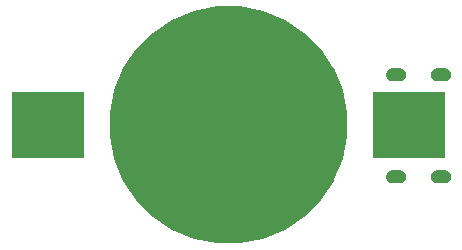
<source format=gbr>
G04 #@! TF.GenerationSoftware,KiCad,Pcbnew,(5.1.2-1)-1*
G04 #@! TF.CreationDate,2021-02-06T10:41:02+01:00*
G04 #@! TF.ProjectId,lir2450-charger,6c697232-3435-4302-9d63-686172676572,1.0.0*
G04 #@! TF.SameCoordinates,Original*
G04 #@! TF.FileFunction,Soldermask,Bot*
G04 #@! TF.FilePolarity,Negative*
%FSLAX46Y46*%
G04 Gerber Fmt 4.6, Leading zero omitted, Abs format (unit mm)*
G04 Created by KiCad (PCBNEW (5.1.2-1)-1) date 2021-02-06 10:41:02*
%MOMM*%
%LPD*%
G04 APERTURE LIST*
%ADD10C,0.100000*%
G04 APERTURE END LIST*
D10*
G36*
X75931767Y-35255254D02*
G01*
X77760932Y-36012919D01*
X77760934Y-36012920D01*
X79407139Y-37112879D01*
X80807121Y-38512861D01*
X81886990Y-40128999D01*
X81907081Y-40159068D01*
X82664746Y-41988233D01*
X83051000Y-43930062D01*
X83051000Y-45909938D01*
X82664746Y-47851767D01*
X81969338Y-49530631D01*
X81907080Y-49680934D01*
X80807121Y-51327139D01*
X79407139Y-52727121D01*
X77760934Y-53827080D01*
X77760933Y-53827081D01*
X77760932Y-53827081D01*
X75931767Y-54584746D01*
X73989938Y-54971000D01*
X72010062Y-54971000D01*
X70068233Y-54584746D01*
X68239068Y-53827081D01*
X68239067Y-53827081D01*
X68239066Y-53827080D01*
X66592861Y-52727121D01*
X65192879Y-51327139D01*
X64092920Y-49680934D01*
X64030662Y-49530631D01*
X63335254Y-47851767D01*
X62949000Y-45909938D01*
X62949000Y-43930062D01*
X63335254Y-41988233D01*
X64092919Y-40159068D01*
X64113010Y-40128999D01*
X65192879Y-38512861D01*
X66592861Y-37112879D01*
X68239066Y-36012920D01*
X68239068Y-36012919D01*
X70068233Y-35255254D01*
X72010062Y-34869000D01*
X73989938Y-34869000D01*
X75931767Y-35255254D01*
X75931767Y-35255254D01*
G37*
G36*
X91407495Y-48779586D02*
G01*
X91510859Y-48810941D01*
X91606119Y-48861859D01*
X91689616Y-48930383D01*
X91758140Y-49013880D01*
X91809058Y-49109140D01*
X91840413Y-49212504D01*
X91851000Y-49319999D01*
X91851000Y-49320001D01*
X91840413Y-49427496D01*
X91809058Y-49530860D01*
X91758140Y-49626120D01*
X91689616Y-49709617D01*
X91606119Y-49778141D01*
X91510859Y-49829059D01*
X91407495Y-49860414D01*
X91300000Y-49871001D01*
X90700000Y-49871001D01*
X90592505Y-49860414D01*
X90489141Y-49829059D01*
X90393881Y-49778141D01*
X90310384Y-49709617D01*
X90241860Y-49626120D01*
X90190942Y-49530860D01*
X90159587Y-49427496D01*
X90149000Y-49320001D01*
X90149000Y-49319999D01*
X90159587Y-49212504D01*
X90190942Y-49109140D01*
X90241860Y-49013880D01*
X90310384Y-48930383D01*
X90393881Y-48861859D01*
X90489141Y-48810941D01*
X90592505Y-48779586D01*
X90700000Y-48768999D01*
X91300000Y-48768999D01*
X91407495Y-48779586D01*
X91407495Y-48779586D01*
G37*
G36*
X87607495Y-48779586D02*
G01*
X87710859Y-48810941D01*
X87806119Y-48861859D01*
X87889616Y-48930383D01*
X87958140Y-49013880D01*
X88009058Y-49109140D01*
X88040413Y-49212504D01*
X88051000Y-49319999D01*
X88051000Y-49320001D01*
X88040413Y-49427496D01*
X88009058Y-49530860D01*
X87958140Y-49626120D01*
X87889616Y-49709617D01*
X87806119Y-49778141D01*
X87710859Y-49829059D01*
X87607495Y-49860414D01*
X87500000Y-49871001D01*
X86900000Y-49871001D01*
X86792505Y-49860414D01*
X86689141Y-49829059D01*
X86593881Y-49778141D01*
X86510384Y-49709617D01*
X86441860Y-49626120D01*
X86390942Y-49530860D01*
X86359587Y-49427496D01*
X86349000Y-49320001D01*
X86349000Y-49319999D01*
X86359587Y-49212504D01*
X86390942Y-49109140D01*
X86441860Y-49013880D01*
X86510384Y-48930383D01*
X86593881Y-48861859D01*
X86689141Y-48810941D01*
X86792505Y-48779586D01*
X86900000Y-48768999D01*
X87500000Y-48768999D01*
X87607495Y-48779586D01*
X87607495Y-48779586D01*
G37*
G36*
X91351000Y-47720999D02*
G01*
X85249000Y-47720999D01*
X85249000Y-42119001D01*
X91351000Y-42119001D01*
X91351000Y-47720999D01*
X91351000Y-47720999D01*
G37*
G36*
X60751000Y-47720999D02*
G01*
X54649000Y-47720999D01*
X54649000Y-42119001D01*
X60751000Y-42119001D01*
X60751000Y-47720999D01*
X60751000Y-47720999D01*
G37*
G36*
X91407495Y-40139586D02*
G01*
X91510859Y-40170941D01*
X91606119Y-40221859D01*
X91689616Y-40290383D01*
X91758140Y-40373880D01*
X91809058Y-40469140D01*
X91840413Y-40572504D01*
X91851000Y-40679999D01*
X91851000Y-40680001D01*
X91840413Y-40787496D01*
X91809058Y-40890860D01*
X91758140Y-40986120D01*
X91689616Y-41069617D01*
X91606119Y-41138141D01*
X91510859Y-41189059D01*
X91407495Y-41220414D01*
X91300000Y-41231001D01*
X90700000Y-41231001D01*
X90592505Y-41220414D01*
X90489141Y-41189059D01*
X90393881Y-41138141D01*
X90310384Y-41069617D01*
X90241860Y-40986120D01*
X90190942Y-40890860D01*
X90159587Y-40787496D01*
X90149000Y-40680001D01*
X90149000Y-40679999D01*
X90159587Y-40572504D01*
X90190942Y-40469140D01*
X90241860Y-40373880D01*
X90310384Y-40290383D01*
X90393881Y-40221859D01*
X90489141Y-40170941D01*
X90592505Y-40139586D01*
X90700000Y-40128999D01*
X91300000Y-40128999D01*
X91407495Y-40139586D01*
X91407495Y-40139586D01*
G37*
G36*
X87607495Y-40139586D02*
G01*
X87710859Y-40170941D01*
X87806119Y-40221859D01*
X87889616Y-40290383D01*
X87958140Y-40373880D01*
X88009058Y-40469140D01*
X88040413Y-40572504D01*
X88051000Y-40679999D01*
X88051000Y-40680001D01*
X88040413Y-40787496D01*
X88009058Y-40890860D01*
X87958140Y-40986120D01*
X87889616Y-41069617D01*
X87806119Y-41138141D01*
X87710859Y-41189059D01*
X87607495Y-41220414D01*
X87500000Y-41231001D01*
X86900000Y-41231001D01*
X86792505Y-41220414D01*
X86689141Y-41189059D01*
X86593881Y-41138141D01*
X86510384Y-41069617D01*
X86441860Y-40986120D01*
X86390942Y-40890860D01*
X86359587Y-40787496D01*
X86349000Y-40680001D01*
X86349000Y-40679999D01*
X86359587Y-40572504D01*
X86390942Y-40469140D01*
X86441860Y-40373880D01*
X86510384Y-40290383D01*
X86593881Y-40221859D01*
X86689141Y-40170941D01*
X86792505Y-40139586D01*
X86900000Y-40128999D01*
X87500000Y-40128999D01*
X87607495Y-40139586D01*
X87607495Y-40139586D01*
G37*
M02*

</source>
